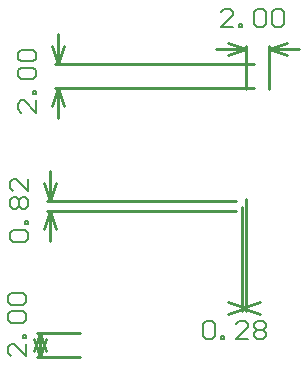
<source format=gm1>
%FSLAX42Y42*%
%MOMM*%
G71*
G01*
G75*
G04 Layer_Color=16711935*
%ADD10R,2.00X1.10*%
%ADD11R,0.80X1.10*%
%ADD12R,0.85X0.95*%
%ADD13R,1.00X0.90*%
%ADD14R,1.55X0.60*%
%ADD15R,0.90X1.00*%
%ADD16R,1.80X1.30*%
%ADD17R,1.45X0.45*%
%ADD18R,0.45X0.45*%
G04:AMPARAMS|DCode=19|XSize=0.65mm|YSize=0.6mm|CornerRadius=0.02mm|HoleSize=0mm|Usage=FLASHONLY|Rotation=180.000|XOffset=0mm|YOffset=0mm|HoleType=Round|Shape=RoundedRectangle|*
%AMROUNDEDRECTD19*
21,1,0.65,0.57,0,0,180.0*
21,1,0.62,0.60,0,0,180.0*
1,1,0.03,-0.31,0.28*
1,1,0.03,0.31,0.28*
1,1,0.03,0.31,-0.28*
1,1,0.03,-0.31,-0.28*
%
%ADD19ROUNDEDRECTD19*%
%ADD20R,1.50X2.00*%
G04:AMPARAMS|DCode=21|XSize=0.5mm|YSize=0.25mm|CornerRadius=0mm|HoleSize=0mm|Usage=FLASHONLY|Rotation=180.000|XOffset=0mm|YOffset=0mm|HoleType=Round|Shape=RoundedRectangle|*
%AMROUNDEDRECTD21*
21,1,0.50,0.25,0,0,180.0*
21,1,0.50,0.25,0,0,180.0*
1,1,0.00,-0.25,0.12*
1,1,0.00,0.25,0.12*
1,1,0.00,0.25,-0.12*
1,1,0.00,-0.25,-0.12*
%
%ADD21ROUNDEDRECTD21*%
%ADD22R,0.70X1.30*%
G04:AMPARAMS|DCode=23|XSize=0.5mm|YSize=0.25mm|CornerRadius=0mm|HoleSize=0mm|Usage=FLASHONLY|Rotation=270.000|XOffset=0mm|YOffset=0mm|HoleType=Round|Shape=RoundedRectangle|*
%AMROUNDEDRECTD23*
21,1,0.50,0.25,0,0,270.0*
21,1,0.50,0.25,0,0,270.0*
1,1,0.00,-0.12,-0.25*
1,1,0.00,-0.12,0.25*
1,1,0.00,0.12,0.25*
1,1,0.00,0.12,-0.25*
%
%ADD23ROUNDEDRECTD23*%
%ADD24R,1.30X0.70*%
G04:AMPARAMS|DCode=25|XSize=0.3mm|YSize=1.4mm|CornerRadius=0mm|HoleSize=0mm|Usage=FLASHONLY|Rotation=45.000|XOffset=0mm|YOffset=0mm|HoleType=Round|Shape=Rectangle|*
%AMROTATEDRECTD25*
4,1,4,0.39,-0.60,-0.60,0.39,-0.39,0.60,0.60,-0.39,0.39,-0.60,0.0*
%
%ADD25ROTATEDRECTD25*%

G04:AMPARAMS|DCode=26|XSize=0.3mm|YSize=1.4mm|CornerRadius=0mm|HoleSize=0mm|Usage=FLASHONLY|Rotation=315.000|XOffset=0mm|YOffset=0mm|HoleType=Round|Shape=Rectangle|*
%AMROTATEDRECTD26*
4,1,4,-0.60,-0.39,0.39,0.60,0.60,0.39,-0.39,-0.60,-0.60,-0.39,0.0*
%
%ADD26ROTATEDRECTD26*%

%ADD27R,1.00X0.75*%
%ADD28R,0.80X0.80*%
%ADD29R,6.00X2.00*%
%ADD30R,1.30X2.70*%
%ADD31R,0.80X0.80*%
%ADD32R,0.90X0.95*%
%ADD33R,0.90X0.95*%
%ADD34R,0.95X0.85*%
G04:AMPARAMS|DCode=35|XSize=0.95mm|YSize=0.85mm|CornerRadius=0mm|HoleSize=0mm|Usage=FLASHONLY|Rotation=315.000|XOffset=0mm|YOffset=0mm|HoleType=Round|Shape=Rectangle|*
%AMROTATEDRECTD35*
4,1,4,-0.64,0.04,-0.04,0.64,0.64,-0.04,0.04,-0.64,-0.64,0.04,0.0*
%
%ADD35ROTATEDRECTD35*%

G04:AMPARAMS|DCode=36|XSize=5.5mm|YSize=2mm|CornerRadius=0mm|HoleSize=0mm|Usage=FLASHONLY|Rotation=225.000|XOffset=0mm|YOffset=0mm|HoleType=Round|Shape=Rectangle|*
%AMROTATEDRECTD36*
4,1,4,1.24,2.65,2.65,1.24,-1.24,-2.65,-2.65,-1.24,1.24,2.65,0.0*
%
%ADD36ROTATEDRECTD36*%

%ADD37C,1.50*%
%ADD38R,0.80X1.50*%
%ADD39R,1.50X0.80*%
%ADD40R,0.60X1.45*%
%ADD41C,0.25*%
%ADD42C,0.76*%
%ADD43C,0.50*%
%ADD44R,1.55X1.85*%
%ADD45R,1.50X1.50*%
%ADD46O,1.00X1.52*%
%ADD47R,1.00X1.52*%
%ADD48R,1.50X1.50*%
%ADD49O,1.52X1.00*%
%ADD50R,1.52X1.00*%
%ADD51C,0.70*%
%ADD52C,0.80*%
%ADD53C,1.27*%
%ADD54C,3.00*%
%ADD55C,0.50*%
%ADD56C,1.02*%
%ADD57C,0.51*%
%ADD58C,0.10*%
%ADD59C,0.20*%
%ADD60C,0.25*%
%ADD61C,0.60*%
%ADD62C,0.15*%
%ADD63R,2.20X1.30*%
%ADD64R,1.00X1.30*%
%ADD65R,1.05X1.15*%
%ADD66R,1.20X1.10*%
%ADD67R,1.75X0.80*%
%ADD68R,1.10X1.20*%
%ADD69R,2.00X1.50*%
%ADD70R,1.65X0.65*%
%ADD71R,0.65X0.65*%
G04:AMPARAMS|DCode=72|XSize=0.85mm|YSize=0.8mm|CornerRadius=0.12mm|HoleSize=0mm|Usage=FLASHONLY|Rotation=180.000|XOffset=0mm|YOffset=0mm|HoleType=Round|Shape=RoundedRectangle|*
%AMROUNDEDRECTD72*
21,1,0.85,0.57,0,0,180.0*
21,1,0.62,0.80,0,0,180.0*
1,1,0.23,-0.31,0.28*
1,1,0.23,0.31,0.28*
1,1,0.23,0.31,-0.28*
1,1,0.23,-0.31,-0.28*
%
%ADD72ROUNDEDRECTD72*%
%ADD73R,1.70X2.20*%
G04:AMPARAMS|DCode=74|XSize=0.7mm|YSize=0.45mm|CornerRadius=0.1mm|HoleSize=0mm|Usage=FLASHONLY|Rotation=180.000|XOffset=0mm|YOffset=0mm|HoleType=Round|Shape=RoundedRectangle|*
%AMROUNDEDRECTD74*
21,1,0.70,0.25,0,0,180.0*
21,1,0.50,0.45,0,0,180.0*
1,1,0.21,-0.25,0.12*
1,1,0.21,0.25,0.12*
1,1,0.21,0.25,-0.12*
1,1,0.21,-0.25,-0.12*
%
%ADD74ROUNDEDRECTD74*%
%ADD75R,0.90X1.50*%
G04:AMPARAMS|DCode=76|XSize=0.7mm|YSize=0.45mm|CornerRadius=0.1mm|HoleSize=0mm|Usage=FLASHONLY|Rotation=270.000|XOffset=0mm|YOffset=0mm|HoleType=Round|Shape=RoundedRectangle|*
%AMROUNDEDRECTD76*
21,1,0.70,0.25,0,0,270.0*
21,1,0.50,0.45,0,0,270.0*
1,1,0.21,-0.12,-0.25*
1,1,0.21,-0.12,0.25*
1,1,0.21,0.12,0.25*
1,1,0.21,0.12,-0.25*
%
%ADD76ROUNDEDRECTD76*%
%ADD77R,1.50X0.90*%
G04:AMPARAMS|DCode=78|XSize=0.5mm|YSize=1.6mm|CornerRadius=0mm|HoleSize=0mm|Usage=FLASHONLY|Rotation=45.000|XOffset=0mm|YOffset=0mm|HoleType=Round|Shape=Rectangle|*
%AMROTATEDRECTD78*
4,1,4,0.39,-0.74,-0.74,0.39,-0.39,0.74,0.74,-0.39,0.39,-0.74,0.0*
%
%ADD78ROTATEDRECTD78*%

G04:AMPARAMS|DCode=79|XSize=0.5mm|YSize=1.6mm|CornerRadius=0mm|HoleSize=0mm|Usage=FLASHONLY|Rotation=315.000|XOffset=0mm|YOffset=0mm|HoleType=Round|Shape=Rectangle|*
%AMROTATEDRECTD79*
4,1,4,-0.74,-0.39,0.39,0.74,0.74,0.39,-0.39,-0.74,-0.74,-0.39,0.0*
%
%ADD79ROTATEDRECTD79*%

%ADD80R,1.20X0.95*%
%ADD81R,1.00X1.00*%
%ADD82R,6.20X2.20*%
%ADD83R,1.50X2.90*%
%ADD84R,1.00X1.00*%
%ADD85R,1.10X1.15*%
%ADD86R,1.10X1.15*%
%ADD87R,1.15X1.05*%
G04:AMPARAMS|DCode=88|XSize=1.15mm|YSize=1.05mm|CornerRadius=0mm|HoleSize=0mm|Usage=FLASHONLY|Rotation=315.000|XOffset=0mm|YOffset=0mm|HoleType=Round|Shape=Rectangle|*
%AMROTATEDRECTD88*
4,1,4,-0.78,0.04,-0.04,0.78,0.78,-0.04,0.04,-0.78,-0.78,0.04,0.0*
%
%ADD88ROTATEDRECTD88*%

G04:AMPARAMS|DCode=89|XSize=5.7mm|YSize=2.2mm|CornerRadius=0mm|HoleSize=0mm|Usage=FLASHONLY|Rotation=225.000|XOffset=0mm|YOffset=0mm|HoleType=Round|Shape=Rectangle|*
%AMROTATEDRECTD89*
4,1,4,1.24,2.80,2.80,1.24,-1.24,-2.80,-2.80,-1.24,1.24,2.80,0.0*
%
%ADD89ROTATEDRECTD89*%

%ADD90C,1.70*%
%ADD91R,1.00X1.70*%
%ADD92R,1.70X1.00*%
%ADD93R,0.80X1.65*%
%ADD94R,1.75X2.05*%
%ADD95R,1.70X1.70*%
%ADD96O,1.20X1.73*%
%ADD97R,1.20X1.73*%
%ADD98R,1.70X1.70*%
%ADD99O,1.73X1.20*%
%ADD100R,1.73X1.20*%
%ADD101C,0.90*%
%ADD102C,1.00*%
%ADD103C,1.47*%
%ADD104C,3.20*%
%ADD105C,0.70*%
G04:AMPARAMS|DCode=106|XSize=2mm|YSize=1mm|CornerRadius=0.5mm|HoleSize=0mm|Usage=FLASHONLY|Rotation=270.000|XOffset=0mm|YOffset=0mm|HoleType=Round|Shape=RoundedRectangle|*
%AMROUNDEDRECTD106*
21,1,2.00,0.00,0,0,270.0*
21,1,1.00,1.00,0,0,270.0*
1,1,1.00,0.00,-0.50*
1,1,1.00,0.00,0.50*
1,1,1.00,0.00,0.50*
1,1,1.00,0.00,-0.50*
%
%ADD106ROUNDEDRECTD106*%
%ADD107R,2.20X1.60*%
%ADD108C,0.15*%
D41*
X4535Y12138D02*
X6225D01*
X4535Y12338D02*
X6225D01*
X4560D02*
Y12592D01*
Y11883D02*
Y12138D01*
Y12338D02*
X4611Y12490D01*
X4509D02*
X4560Y12338D01*
X4509Y11985D02*
X4560Y12138D01*
X4611Y11985D01*
X6350Y12125D02*
Y12493D01*
X6150Y12125D02*
Y12493D01*
X5896Y12468D02*
X6150D01*
X6350D02*
X6604D01*
X5998Y12518D02*
X6150Y12468D01*
X5998Y12417D02*
X6150Y12468D01*
X6350D02*
X6502Y12417D01*
X6350Y12468D02*
X6502Y12518D01*
X4382Y9862D02*
X4745D01*
X4382Y10062D02*
X4745D01*
X4408Y9862D02*
Y9962D01*
Y10062D01*
Y9862D02*
X4458Y10015D01*
X4357D02*
X4408Y9862D01*
X4357Y9910D02*
X4408Y10062D01*
X4458Y9910D01*
X6150Y10250D02*
Y11200D01*
X6122Y10250D02*
Y11130D01*
X6136Y10275D02*
X6150D01*
X6122D02*
X6136D01*
X5998Y10326D02*
X6150Y10275D01*
X5998Y10224D02*
X6150Y10275D01*
X6122D02*
X6275Y10224D01*
X6122Y10275D02*
X6275Y10326D01*
X4465Y11097D02*
X6070D01*
X4465Y11180D02*
X6072D01*
X4490D02*
Y11434D01*
Y10843D02*
Y11097D01*
Y11180D02*
X4541Y11332D01*
X4439D02*
X4490Y11180D01*
X4439Y10945D02*
X4490Y11097D01*
X4541Y10945D01*
D108*
X4377Y12032D02*
Y11930D01*
X4276Y12032D01*
X4250D01*
X4225Y12006D01*
Y11956D01*
X4250Y11930D01*
X4377Y12083D02*
X4352D01*
Y12108D01*
X4377D01*
Y12083D01*
X4250Y12210D02*
X4225Y12235D01*
Y12286D01*
X4250Y12311D01*
X4352D01*
X4377Y12286D01*
Y12235D01*
X4352Y12210D01*
X4250D01*
Y12362D02*
X4225Y12387D01*
Y12438D01*
X4250Y12463D01*
X4352D01*
X4377Y12438D01*
Y12387D01*
X4352Y12362D01*
X4250D01*
X6044Y12650D02*
X5943D01*
X6044Y12752D01*
Y12777D01*
X6019Y12803D01*
X5968D01*
X5943Y12777D01*
X6095Y12650D02*
Y12676D01*
X6120D01*
Y12650D01*
X6095D01*
X6222Y12777D02*
X6247Y12803D01*
X6298D01*
X6324Y12777D01*
Y12676D01*
X6298Y12650D01*
X6247D01*
X6222Y12676D01*
Y12777D01*
X6374D02*
X6400Y12803D01*
X6451D01*
X6476Y12777D01*
Y12676D01*
X6451Y12650D01*
X6400D01*
X6374Y12676D01*
Y12777D01*
X4292Y9967D02*
Y9865D01*
X4191Y9967D01*
X4166D01*
X4140Y9941D01*
Y9890D01*
X4166Y9865D01*
X4292Y10017D02*
X4267D01*
Y10043D01*
X4292D01*
Y10017D01*
X4166Y10144D02*
X4140Y10170D01*
Y10220D01*
X4166Y10246D01*
X4267D01*
X4292Y10220D01*
Y10170D01*
X4267Y10144D01*
X4166D01*
Y10297D02*
X4140Y10322D01*
Y10373D01*
X4166Y10398D01*
X4267D01*
X4292Y10373D01*
Y10322D01*
X4267Y10297D01*
X4166D01*
X5789Y10137D02*
X5814Y10163D01*
X5865D01*
X5890Y10137D01*
Y10036D01*
X5865Y10010D01*
X5814D01*
X5789Y10036D01*
Y10137D01*
X5941Y10010D02*
Y10036D01*
X5967D01*
Y10010D01*
X5941D01*
X6170D02*
X6068D01*
X6170Y10112D01*
Y10137D01*
X6144Y10163D01*
X6094D01*
X6068Y10137D01*
X6220D02*
X6246Y10163D01*
X6297D01*
X6322Y10137D01*
Y10112D01*
X6297Y10086D01*
X6322Y10061D01*
Y10036D01*
X6297Y10010D01*
X6246D01*
X6220Y10036D01*
Y10061D01*
X6246Y10086D01*
X6220Y10112D01*
Y10137D01*
X6246Y10086D02*
X6297D01*
X4180Y10831D02*
X4155Y10857D01*
Y10908D01*
X4180Y10933D01*
X4282D01*
X4307Y10908D01*
Y10857D01*
X4282Y10831D01*
X4180D01*
X4307Y10984D02*
X4282D01*
Y11009D01*
X4307D01*
Y10984D01*
X4180Y11111D02*
X4155Y11136D01*
Y11187D01*
X4180Y11212D01*
X4206D01*
X4231Y11187D01*
X4256Y11212D01*
X4282D01*
X4307Y11187D01*
Y11136D01*
X4282Y11111D01*
X4256D01*
X4231Y11136D01*
X4206Y11111D01*
X4180D01*
X4231Y11136D02*
Y11187D01*
X4307Y11365D02*
Y11263D01*
X4206Y11365D01*
X4180D01*
X4155Y11339D01*
Y11289D01*
X4180Y11263D01*
M02*

</source>
